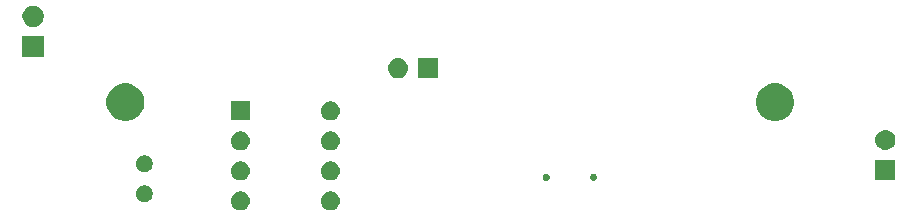
<source format=gbr>
G04 #@! TF.GenerationSoftware,KiCad,Pcbnew,(5.0.1)-4*
G04 #@! TF.CreationDate,2019-10-30T18:23:07+01:00*
G04 #@! TF.ProjectId,PCB,5043422E6B696361645F706362000000,rev?*
G04 #@! TF.SameCoordinates,Original*
G04 #@! TF.FileFunction,Soldermask,Bot*
G04 #@! TF.FilePolarity,Negative*
%FSLAX46Y46*%
G04 Gerber Fmt 4.6, Leading zero omitted, Abs format (unit mm)*
G04 Created by KiCad (PCBNEW (5.0.1)-4) date 30/10/2019 18:23:07*
%MOMM*%
%LPD*%
G01*
G04 APERTURE LIST*
%ADD10C,0.100000*%
G04 APERTURE END LIST*
D10*
G36*
X127473249Y-117546317D02*
X127512427Y-117550176D01*
X127587828Y-117573049D01*
X127663229Y-117595921D01*
X127802208Y-117670208D01*
X127924022Y-117770178D01*
X128023992Y-117891992D01*
X128098279Y-118030971D01*
X128098279Y-118030972D01*
X128142038Y-118175225D01*
X128144024Y-118181774D01*
X128159470Y-118338600D01*
X128144024Y-118495426D01*
X128098279Y-118646229D01*
X128023992Y-118785208D01*
X127924022Y-118907022D01*
X127802208Y-119006992D01*
X127663229Y-119081279D01*
X127587828Y-119104151D01*
X127512427Y-119127024D01*
X127473249Y-119130883D01*
X127394895Y-119138600D01*
X127316305Y-119138600D01*
X127237951Y-119130883D01*
X127198773Y-119127024D01*
X127123372Y-119104151D01*
X127047971Y-119081279D01*
X126908992Y-119006992D01*
X126787178Y-118907022D01*
X126687208Y-118785208D01*
X126612921Y-118646229D01*
X126567176Y-118495426D01*
X126551730Y-118338600D01*
X126567176Y-118181774D01*
X126569163Y-118175225D01*
X126612921Y-118030972D01*
X126612921Y-118030971D01*
X126687208Y-117891992D01*
X126787178Y-117770178D01*
X126908992Y-117670208D01*
X127047971Y-117595921D01*
X127123372Y-117573049D01*
X127198773Y-117550176D01*
X127237951Y-117546317D01*
X127316305Y-117538600D01*
X127394895Y-117538600D01*
X127473249Y-117546317D01*
X127473249Y-117546317D01*
G37*
G36*
X119853249Y-117546317D02*
X119892427Y-117550176D01*
X119967828Y-117573049D01*
X120043229Y-117595921D01*
X120182208Y-117670208D01*
X120304022Y-117770178D01*
X120403992Y-117891992D01*
X120478279Y-118030971D01*
X120478279Y-118030972D01*
X120522038Y-118175225D01*
X120524024Y-118181774D01*
X120539470Y-118338600D01*
X120524024Y-118495426D01*
X120478279Y-118646229D01*
X120403992Y-118785208D01*
X120304022Y-118907022D01*
X120182208Y-119006992D01*
X120043229Y-119081279D01*
X119967828Y-119104151D01*
X119892427Y-119127024D01*
X119853249Y-119130883D01*
X119774895Y-119138600D01*
X119696305Y-119138600D01*
X119617951Y-119130883D01*
X119578773Y-119127024D01*
X119503372Y-119104151D01*
X119427971Y-119081279D01*
X119288992Y-119006992D01*
X119167178Y-118907022D01*
X119067208Y-118785208D01*
X118992921Y-118646229D01*
X118947176Y-118495426D01*
X118931730Y-118338600D01*
X118947176Y-118181774D01*
X118949163Y-118175225D01*
X118992921Y-118030972D01*
X118992921Y-118030971D01*
X119067208Y-117891992D01*
X119167178Y-117770178D01*
X119288992Y-117670208D01*
X119427971Y-117595921D01*
X119503372Y-117573049D01*
X119578773Y-117550176D01*
X119617951Y-117546317D01*
X119696305Y-117538600D01*
X119774895Y-117538600D01*
X119853249Y-117546317D01*
X119853249Y-117546317D01*
G37*
G36*
X111799083Y-117055900D02*
X111926474Y-117108668D01*
X112041125Y-117185275D01*
X112138625Y-117282775D01*
X112215232Y-117397426D01*
X112268000Y-117524817D01*
X112294900Y-117660055D01*
X112294900Y-117797945D01*
X112268000Y-117933183D01*
X112215232Y-118060574D01*
X112138625Y-118175225D01*
X112041125Y-118272725D01*
X111926474Y-118349332D01*
X111799083Y-118402100D01*
X111663845Y-118429000D01*
X111525955Y-118429000D01*
X111390717Y-118402100D01*
X111263326Y-118349332D01*
X111148675Y-118272725D01*
X111051175Y-118175225D01*
X110974568Y-118060574D01*
X110921800Y-117933183D01*
X110894900Y-117797945D01*
X110894900Y-117660055D01*
X110921800Y-117524817D01*
X110974568Y-117397426D01*
X111051175Y-117282775D01*
X111148675Y-117185275D01*
X111263326Y-117108668D01*
X111390717Y-117055900D01*
X111525955Y-117029000D01*
X111663845Y-117029000D01*
X111799083Y-117055900D01*
X111799083Y-117055900D01*
G37*
G36*
X145712307Y-116052528D02*
X145766903Y-116075143D01*
X145816039Y-116107974D01*
X145857826Y-116149761D01*
X145890657Y-116198897D01*
X145913272Y-116253493D01*
X145924800Y-116311453D01*
X145924800Y-116370547D01*
X145913272Y-116428507D01*
X145890657Y-116483103D01*
X145857826Y-116532239D01*
X145816039Y-116574026D01*
X145766903Y-116606857D01*
X145712307Y-116629472D01*
X145654347Y-116641000D01*
X145595253Y-116641000D01*
X145537293Y-116629472D01*
X145482697Y-116606857D01*
X145433561Y-116574026D01*
X145391774Y-116532239D01*
X145358943Y-116483103D01*
X145336328Y-116428507D01*
X145324800Y-116370547D01*
X145324800Y-116311453D01*
X145336328Y-116253493D01*
X145358943Y-116198897D01*
X145391774Y-116149761D01*
X145433561Y-116107974D01*
X145482697Y-116075143D01*
X145537293Y-116052528D01*
X145595253Y-116041000D01*
X145654347Y-116041000D01*
X145712307Y-116052528D01*
X145712307Y-116052528D01*
G37*
G36*
X149712307Y-116052528D02*
X149766903Y-116075143D01*
X149816039Y-116107974D01*
X149857826Y-116149761D01*
X149890657Y-116198897D01*
X149913272Y-116253493D01*
X149924800Y-116311453D01*
X149924800Y-116370547D01*
X149913272Y-116428507D01*
X149890657Y-116483103D01*
X149857826Y-116532239D01*
X149816039Y-116574026D01*
X149766903Y-116606857D01*
X149712307Y-116629472D01*
X149654347Y-116641000D01*
X149595253Y-116641000D01*
X149537293Y-116629472D01*
X149482697Y-116606857D01*
X149433561Y-116574026D01*
X149391774Y-116532239D01*
X149358943Y-116483103D01*
X149336328Y-116428507D01*
X149324800Y-116370547D01*
X149324800Y-116311453D01*
X149336328Y-116253493D01*
X149358943Y-116198897D01*
X149391774Y-116149761D01*
X149433561Y-116107974D01*
X149482697Y-116075143D01*
X149537293Y-116052528D01*
X149595253Y-116041000D01*
X149654347Y-116041000D01*
X149712307Y-116052528D01*
X149712307Y-116052528D01*
G37*
G36*
X127473249Y-115006317D02*
X127512427Y-115010176D01*
X127587828Y-115033049D01*
X127663229Y-115055921D01*
X127802208Y-115130208D01*
X127924022Y-115230178D01*
X128023992Y-115351992D01*
X128098279Y-115490971D01*
X128098279Y-115490972D01*
X128142038Y-115635225D01*
X128144024Y-115641774D01*
X128159470Y-115798600D01*
X128144024Y-115955426D01*
X128098279Y-116106229D01*
X128023992Y-116245208D01*
X127924022Y-116367022D01*
X127802208Y-116466992D01*
X127663229Y-116541279D01*
X127587827Y-116564152D01*
X127512427Y-116587024D01*
X127473249Y-116590883D01*
X127394895Y-116598600D01*
X127316305Y-116598600D01*
X127237951Y-116590883D01*
X127198773Y-116587024D01*
X127123373Y-116564152D01*
X127047971Y-116541279D01*
X126908992Y-116466992D01*
X126787178Y-116367022D01*
X126687208Y-116245208D01*
X126612921Y-116106229D01*
X126567176Y-115955426D01*
X126551730Y-115798600D01*
X126567176Y-115641774D01*
X126569163Y-115635225D01*
X126612921Y-115490972D01*
X126612921Y-115490971D01*
X126687208Y-115351992D01*
X126787178Y-115230178D01*
X126908992Y-115130208D01*
X127047971Y-115055921D01*
X127123372Y-115033049D01*
X127198773Y-115010176D01*
X127237951Y-115006317D01*
X127316305Y-114998600D01*
X127394895Y-114998600D01*
X127473249Y-115006317D01*
X127473249Y-115006317D01*
G37*
G36*
X119853249Y-115006317D02*
X119892427Y-115010176D01*
X119967828Y-115033049D01*
X120043229Y-115055921D01*
X120182208Y-115130208D01*
X120304022Y-115230178D01*
X120403992Y-115351992D01*
X120478279Y-115490971D01*
X120478279Y-115490972D01*
X120522038Y-115635225D01*
X120524024Y-115641774D01*
X120539470Y-115798600D01*
X120524024Y-115955426D01*
X120478279Y-116106229D01*
X120403992Y-116245208D01*
X120304022Y-116367022D01*
X120182208Y-116466992D01*
X120043229Y-116541279D01*
X119967827Y-116564152D01*
X119892427Y-116587024D01*
X119853249Y-116590883D01*
X119774895Y-116598600D01*
X119696305Y-116598600D01*
X119617951Y-116590883D01*
X119578773Y-116587024D01*
X119503373Y-116564152D01*
X119427971Y-116541279D01*
X119288992Y-116466992D01*
X119167178Y-116367022D01*
X119067208Y-116245208D01*
X118992921Y-116106229D01*
X118947176Y-115955426D01*
X118931730Y-115798600D01*
X118947176Y-115641774D01*
X118949163Y-115635225D01*
X118992921Y-115490972D01*
X118992921Y-115490971D01*
X119067208Y-115351992D01*
X119167178Y-115230178D01*
X119288992Y-115130208D01*
X119427971Y-115055921D01*
X119503372Y-115033049D01*
X119578773Y-115010176D01*
X119617951Y-115006317D01*
X119696305Y-114998600D01*
X119774895Y-114998600D01*
X119853249Y-115006317D01*
X119853249Y-115006317D01*
G37*
G36*
X175195600Y-116585100D02*
X173495600Y-116585100D01*
X173495600Y-114885100D01*
X175195600Y-114885100D01*
X175195600Y-116585100D01*
X175195600Y-116585100D01*
G37*
G36*
X111799083Y-114515900D02*
X111926474Y-114568668D01*
X112041125Y-114645275D01*
X112138625Y-114742775D01*
X112215232Y-114857426D01*
X112268000Y-114984817D01*
X112294900Y-115120055D01*
X112294900Y-115257945D01*
X112268000Y-115393183D01*
X112215232Y-115520574D01*
X112138625Y-115635225D01*
X112041125Y-115732725D01*
X111926474Y-115809332D01*
X111799083Y-115862100D01*
X111663845Y-115889000D01*
X111525955Y-115889000D01*
X111390717Y-115862100D01*
X111263326Y-115809332D01*
X111148675Y-115732725D01*
X111051175Y-115635225D01*
X110974568Y-115520574D01*
X110921800Y-115393183D01*
X110894900Y-115257945D01*
X110894900Y-115120055D01*
X110921800Y-114984817D01*
X110974568Y-114857426D01*
X111051175Y-114742775D01*
X111148675Y-114645275D01*
X111263326Y-114568668D01*
X111390717Y-114515900D01*
X111525955Y-114489000D01*
X111663845Y-114489000D01*
X111799083Y-114515900D01*
X111799083Y-114515900D01*
G37*
G36*
X119853249Y-112466317D02*
X119892427Y-112470176D01*
X119941071Y-112484932D01*
X120043229Y-112515921D01*
X120182208Y-112590208D01*
X120304022Y-112690178D01*
X120403992Y-112811992D01*
X120478279Y-112950971D01*
X120524024Y-113101774D01*
X120539470Y-113258600D01*
X120524024Y-113415426D01*
X120478279Y-113566229D01*
X120403992Y-113705208D01*
X120304022Y-113827022D01*
X120182208Y-113926992D01*
X120043229Y-114001279D01*
X119967828Y-114024151D01*
X119892427Y-114047024D01*
X119853249Y-114050883D01*
X119774895Y-114058600D01*
X119696305Y-114058600D01*
X119617951Y-114050883D01*
X119578773Y-114047024D01*
X119503372Y-114024151D01*
X119427971Y-114001279D01*
X119288992Y-113926992D01*
X119167178Y-113827022D01*
X119067208Y-113705208D01*
X118992921Y-113566229D01*
X118947176Y-113415426D01*
X118931730Y-113258600D01*
X118947176Y-113101774D01*
X118992921Y-112950971D01*
X119067208Y-112811992D01*
X119167178Y-112690178D01*
X119288992Y-112590208D01*
X119427971Y-112515921D01*
X119530129Y-112484932D01*
X119578773Y-112470176D01*
X119617951Y-112466317D01*
X119696305Y-112458600D01*
X119774895Y-112458600D01*
X119853249Y-112466317D01*
X119853249Y-112466317D01*
G37*
G36*
X127473249Y-112466317D02*
X127512427Y-112470176D01*
X127561071Y-112484932D01*
X127663229Y-112515921D01*
X127802208Y-112590208D01*
X127924022Y-112690178D01*
X128023992Y-112811992D01*
X128098279Y-112950971D01*
X128144024Y-113101774D01*
X128159470Y-113258600D01*
X128144024Y-113415426D01*
X128098279Y-113566229D01*
X128023992Y-113705208D01*
X127924022Y-113827022D01*
X127802208Y-113926992D01*
X127663229Y-114001279D01*
X127587828Y-114024151D01*
X127512427Y-114047024D01*
X127473249Y-114050883D01*
X127394895Y-114058600D01*
X127316305Y-114058600D01*
X127237951Y-114050883D01*
X127198773Y-114047024D01*
X127123372Y-114024151D01*
X127047971Y-114001279D01*
X126908992Y-113926992D01*
X126787178Y-113827022D01*
X126687208Y-113705208D01*
X126612921Y-113566229D01*
X126567176Y-113415426D01*
X126551730Y-113258600D01*
X126567176Y-113101774D01*
X126612921Y-112950971D01*
X126687208Y-112811992D01*
X126787178Y-112690178D01*
X126908992Y-112590208D01*
X127047971Y-112515921D01*
X127150129Y-112484932D01*
X127198773Y-112470176D01*
X127237951Y-112466317D01*
X127316305Y-112458600D01*
X127394895Y-112458600D01*
X127473249Y-112466317D01*
X127473249Y-112466317D01*
G37*
G36*
X174512230Y-112357399D02*
X174672455Y-112406003D01*
X174820120Y-112484931D01*
X174949549Y-112591151D01*
X175055769Y-112720580D01*
X175134697Y-112868245D01*
X175183301Y-113028470D01*
X175199712Y-113195100D01*
X175183301Y-113361730D01*
X175134697Y-113521955D01*
X175055769Y-113669620D01*
X174949549Y-113799049D01*
X174820120Y-113905269D01*
X174672455Y-113984197D01*
X174512230Y-114032801D01*
X174387352Y-114045100D01*
X174303848Y-114045100D01*
X174178970Y-114032801D01*
X174018745Y-113984197D01*
X173871080Y-113905269D01*
X173741651Y-113799049D01*
X173635431Y-113669620D01*
X173556503Y-113521955D01*
X173507899Y-113361730D01*
X173491488Y-113195100D01*
X173507899Y-113028470D01*
X173556503Y-112868245D01*
X173635431Y-112720580D01*
X173741651Y-112591151D01*
X173871080Y-112484931D01*
X174018745Y-112406003D01*
X174178970Y-112357399D01*
X174303848Y-112345100D01*
X174387352Y-112345100D01*
X174512230Y-112357399D01*
X174512230Y-112357399D01*
G37*
G36*
X110466703Y-108461486D02*
X110757883Y-108582097D01*
X111019944Y-108757201D01*
X111242799Y-108980056D01*
X111417903Y-109242117D01*
X111538514Y-109533297D01*
X111600000Y-109842412D01*
X111600000Y-110157588D01*
X111538514Y-110466703D01*
X111417903Y-110757883D01*
X111242799Y-111019944D01*
X111019944Y-111242799D01*
X110757883Y-111417903D01*
X110466703Y-111538514D01*
X110157588Y-111600000D01*
X109842412Y-111600000D01*
X109533297Y-111538514D01*
X109242117Y-111417903D01*
X108980056Y-111242799D01*
X108757201Y-111019944D01*
X108582097Y-110757883D01*
X108461486Y-110466703D01*
X108400000Y-110157588D01*
X108400000Y-109842412D01*
X108461486Y-109533297D01*
X108582097Y-109242117D01*
X108757201Y-108980056D01*
X108980056Y-108757201D01*
X109242117Y-108582097D01*
X109533297Y-108461486D01*
X109842412Y-108400000D01*
X110157588Y-108400000D01*
X110466703Y-108461486D01*
X110466703Y-108461486D01*
G37*
G36*
X165466703Y-108461486D02*
X165757883Y-108582097D01*
X166019944Y-108757201D01*
X166242799Y-108980056D01*
X166417903Y-109242117D01*
X166538514Y-109533297D01*
X166600000Y-109842412D01*
X166600000Y-110157588D01*
X166538514Y-110466703D01*
X166417903Y-110757883D01*
X166242799Y-111019944D01*
X166019944Y-111242799D01*
X165757883Y-111417903D01*
X165466703Y-111538514D01*
X165157588Y-111600000D01*
X164842412Y-111600000D01*
X164533297Y-111538514D01*
X164242117Y-111417903D01*
X163980056Y-111242799D01*
X163757201Y-111019944D01*
X163582097Y-110757883D01*
X163461486Y-110466703D01*
X163400000Y-110157588D01*
X163400000Y-109842412D01*
X163461486Y-109533297D01*
X163582097Y-109242117D01*
X163757201Y-108980056D01*
X163980056Y-108757201D01*
X164242117Y-108582097D01*
X164533297Y-108461486D01*
X164842412Y-108400000D01*
X165157588Y-108400000D01*
X165466703Y-108461486D01*
X165466703Y-108461486D01*
G37*
G36*
X120535600Y-111518600D02*
X118935600Y-111518600D01*
X118935600Y-109918600D01*
X120535600Y-109918600D01*
X120535600Y-111518600D01*
X120535600Y-111518600D01*
G37*
G36*
X127473249Y-109926317D02*
X127512427Y-109930176D01*
X127587827Y-109953048D01*
X127663229Y-109975921D01*
X127802208Y-110050208D01*
X127924022Y-110150178D01*
X128023992Y-110271992D01*
X128098279Y-110410971D01*
X128144024Y-110561774D01*
X128159470Y-110718600D01*
X128144024Y-110875426D01*
X128098279Y-111026229D01*
X128023992Y-111165208D01*
X127924022Y-111287022D01*
X127802208Y-111386992D01*
X127663229Y-111461279D01*
X127587828Y-111484151D01*
X127512427Y-111507024D01*
X127473249Y-111510883D01*
X127394895Y-111518600D01*
X127316305Y-111518600D01*
X127237951Y-111510883D01*
X127198773Y-111507024D01*
X127123372Y-111484151D01*
X127047971Y-111461279D01*
X126908992Y-111386992D01*
X126787178Y-111287022D01*
X126687208Y-111165208D01*
X126612921Y-111026229D01*
X126567176Y-110875426D01*
X126551730Y-110718600D01*
X126567176Y-110561774D01*
X126612921Y-110410971D01*
X126687208Y-110271992D01*
X126787178Y-110150178D01*
X126908992Y-110050208D01*
X127047971Y-109975921D01*
X127123373Y-109953048D01*
X127198773Y-109930176D01*
X127237951Y-109926317D01*
X127316305Y-109918600D01*
X127394895Y-109918600D01*
X127473249Y-109926317D01*
X127473249Y-109926317D01*
G37*
G36*
X133249930Y-106286799D02*
X133410155Y-106335403D01*
X133557820Y-106414331D01*
X133687249Y-106520551D01*
X133793469Y-106649980D01*
X133872397Y-106797645D01*
X133921001Y-106957870D01*
X133937412Y-107124500D01*
X133921001Y-107291130D01*
X133872397Y-107451355D01*
X133793469Y-107599020D01*
X133687249Y-107728449D01*
X133557820Y-107834669D01*
X133410155Y-107913597D01*
X133249930Y-107962201D01*
X133125052Y-107974500D01*
X133041548Y-107974500D01*
X132916670Y-107962201D01*
X132756445Y-107913597D01*
X132608780Y-107834669D01*
X132479351Y-107728449D01*
X132373131Y-107599020D01*
X132294203Y-107451355D01*
X132245599Y-107291130D01*
X132229188Y-107124500D01*
X132245599Y-106957870D01*
X132294203Y-106797645D01*
X132373131Y-106649980D01*
X132479351Y-106520551D01*
X132608780Y-106414331D01*
X132756445Y-106335403D01*
X132916670Y-106286799D01*
X133041548Y-106274500D01*
X133125052Y-106274500D01*
X133249930Y-106286799D01*
X133249930Y-106286799D01*
G37*
G36*
X136473300Y-107974500D02*
X134773300Y-107974500D01*
X134773300Y-106274500D01*
X136473300Y-106274500D01*
X136473300Y-107974500D01*
X136473300Y-107974500D01*
G37*
G36*
X103084200Y-106157600D02*
X101284200Y-106157600D01*
X101284200Y-104357600D01*
X103084200Y-104357600D01*
X103084200Y-106157600D01*
X103084200Y-106157600D01*
G37*
G36*
X102446721Y-101852186D02*
X102610509Y-101920029D01*
X102757920Y-102018526D01*
X102883274Y-102143880D01*
X102981771Y-102291291D01*
X103049614Y-102455079D01*
X103084200Y-102628956D01*
X103084200Y-102806244D01*
X103049614Y-102980121D01*
X102981771Y-103143909D01*
X102883274Y-103291320D01*
X102757920Y-103416674D01*
X102610509Y-103515171D01*
X102446721Y-103583014D01*
X102272844Y-103617600D01*
X102095556Y-103617600D01*
X101921679Y-103583014D01*
X101757891Y-103515171D01*
X101610480Y-103416674D01*
X101485126Y-103291320D01*
X101386629Y-103143909D01*
X101318786Y-102980121D01*
X101284200Y-102806244D01*
X101284200Y-102628956D01*
X101318786Y-102455079D01*
X101386629Y-102291291D01*
X101485126Y-102143880D01*
X101610480Y-102018526D01*
X101757891Y-101920029D01*
X101921679Y-101852186D01*
X102095556Y-101817600D01*
X102272844Y-101817600D01*
X102446721Y-101852186D01*
X102446721Y-101852186D01*
G37*
M02*

</source>
